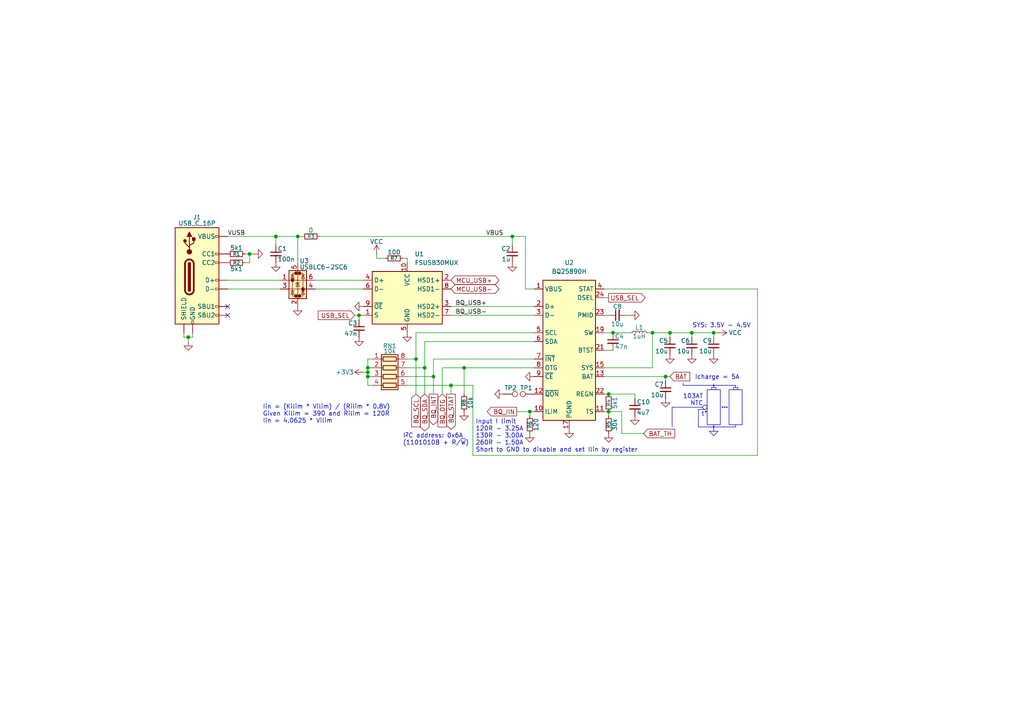
<source format=kicad_sch>
(kicad_sch (version 20250114) (generator "eeschema") (generator_version "9.0")
  (paper "A4")
  (lib_symbols
    (symbol "Connector:TestPoint" (pin_numbers (hide yes)) (pin_names (offset 0.762) (hide yes))
      (property "Reference" "TP" (at 0 6.858 0))
      (property "Value" "TestPoint" (at 0 5.08 0))
      (symbol "TestPoint_0_1"
        (circle (center 0 3.302) (radius 0.762))
      )
      (symbol "TestPoint_1_1"
        (pin passive line (at 0 0 90) (length 2.54) (name "1") (number "1"))
      )
    )
    (symbol "Device:C_Small" (pin_numbers (hide yes)) (pin_names (offset 0.254) (hide yes))
      (property "Reference" "C" (at 0.254 1.778 0))
      (property "Value" "C_Small" (at 0.254 -2.032 0))
      (symbol "C_Small_0_1"
        (polyline (pts (xy -1.524 0.508) (xy 1.524 0.508)) (stroke (width 0.3048)))
        (polyline (pts (xy -1.524 -0.508) (xy 1.524 -0.508)) (stroke (width 0.3302)))
      )
      (symbol "C_Small_1_1"
        (pin passive line (at 0 2.54 270) (length 2.032) (name "~") (number "1"))
        (pin passive line (at 0 -2.54 90) (length 2.032) (name "~") (number "2"))
      )
    )
    (symbol "Device:L_Small" (pin_numbers (hide yes)) (pin_names (offset 0.254) (hide yes))
      (property "Reference" "L" (at 0.762 1.016 0))
      (property "Value" "L_Small" (at 0.762 -1.016 0))
      (symbol "L_Small_0_1"
        (arc (start 0 2.032) (mid 0.5058 1.524) (end 0 1.016))
        (arc (start 0 1.016) (mid 0.5058 0.508) (end 0 0))
        (arc (start 0 0) (mid 0.5058 -0.508) (end 0 -1.016))
        (arc (start 0 -1.016) (mid 0.5058 -1.524) (end 0 -2.032))
      )
      (symbol "L_Small_1_1"
        (pin passive line (at 0 2.54 270) (length 0.508) (name "~") (number "1"))
        (pin passive line (at 0 -2.54 90) (length 0.508) (name "~") (number "2"))
      )
    )
    (symbol "Device:R_Pack04" (pin_names (offset 0) (hide yes))
      (property "Reference" "RN" (at -7.62 0 90))
      (property "Value" "R_Pack04" (at 5.08 0 90))
      (symbol "R_Pack04_0_1"
        (rectangle (start -6.35 -2.413) (end 3.81 2.413) (stroke (width 0.254)) (fill (type background)))
        (rectangle (start -5.715 1.905) (end -4.445 -1.905) (stroke (width 0.254)))
        (polyline (pts (xy -5.08 1.905) (xy -5.08 2.54)))
        (polyline (pts (xy -5.08 -2.54) (xy -5.08 -1.905)))
        (rectangle (start -3.175 1.905) (end -1.905 -1.905) (stroke (width 0.254)))
        (polyline (pts (xy -2.54 1.905) (xy -2.54 2.54)))
        (polyline (pts (xy -2.54 -2.54) (xy -2.54 -1.905)))
        (rectangle (start -0.635 1.905) (end 0.635 -1.905) (stroke (width 0.254)))
        (polyline (pts (xy 0 1.905) (xy 0 2.54)))
        (polyline (pts (xy 0 -2.54) (xy 0 -1.905)))
        (rectangle (start 1.905 1.905) (end 3.175 -1.905) (stroke (width 0.254)))
        (polyline (pts (xy 2.54 1.905) (xy 2.54 2.54)))
        (polyline (pts (xy 2.54 -2.54) (xy 2.54 -1.905)))
      )
      (symbol "R_Pack04_1_1"
        (pin passive line (at -5.08 5.08 270) (length 2.54) (name "R1.2") (number "8"))
        (pin passive line (at -5.08 -5.08 90) (length 2.54) (name "R1.1") (number "1"))
        (pin passive line (at -2.54 5.08 270) (length 2.54) (name "R2.2") (number "7"))
        (pin passive line (at -2.54 -5.08 90) (length 2.54) (name "R2.1") (number "2"))
        (pin passive line (at 0 5.08 270) (length 2.54) (name "R3.2") (number "6"))
        (pin passive line (at 0 -5.08 90) (length 2.54) (name "R3.1") (number "3"))
        (pin passive line (at 2.54 5.08 270) (length 2.54) (name "R4.2") (number "5"))
        (pin passive line (at 2.54 -5.08 90) (length 2.54) (name "R4.1") (number "4"))
      )
    )
    (symbol "Device:R_Small" (pin_numbers (hide yes)) (pin_names (offset 0.254) (hide yes))
      (property "Reference" "R" (at 0 0 90))
      (property "Value" "R_Small" (at 1.778 0 90))
      (symbol "R_Small_0_1"
        (rectangle (start -0.762 1.778) (end 0.762 -1.778) (stroke (width 0.2032)))
      )
      (symbol "R_Small_1_1"
        (pin passive line (at 0 2.54 270) (length 0.762) (name "~") (number "1"))
        (pin passive line (at 0 -2.54 90) (length 0.762) (name "~") (number "2"))
      )
    )
    (symbol "Interface_USB:FSUSB30MUX"
      (property "Reference" "U" (at -8.89 8.89 0))
      (property "Value" "FSUSB30MUX" (at 7.62 -8.89 0))
      (symbol "FSUSB30MUX_0_1"
        (rectangle (start -10.16 7.62) (end 10.16 -7.62) (stroke (width 0.254)) (fill (type background)))
      )
      (symbol "FSUSB30MUX_1_1"
        (pin bidirectional line (at -12.7 5.08 0) (length 2.54) (name "D+") (number "4"))
        (pin bidirectional line (at -12.7 2.54 0) (length 2.54) (name "D-") (number "6"))
        (pin input line (at -12.7 -2.54 0) (length 2.54) (name "~{OE}") (number "9"))
        (pin input line (at -12.7 -5.08 0) (length 2.54) (name "S") (number "1"))
        (pin power_in line (at 0 10.16 270) (length 2.54) (name "VCC") (number "10"))
        (pin power_in line (at 0 -10.16 90) (length 2.54) (name "GND") (number "5"))
        (pin bidirectional line (at 12.7 5.08 180) (length 2.54) (name "HSD1+") (number "2"))
        (pin bidirectional line (at 12.7 2.54 180) (length 2.54) (name "HSD1-") (number "8"))
        (pin bidirectional line (at 12.7 -2.54 180) (length 2.54) (name "HSD2+") (number "3"))
        (pin bidirectional line (at 12.7 -5.08 180) (length 2.54) (name "HSD2-") (number "7"))
      )
    )
    (symbol "Power_Protection:USBLC6-2SC6" (pin_names (hide yes))
      (property "Reference" "U" (at 0.635 5.715 0))
      (property "Value" "USBLC6-2SC6" (at 0.635 3.81 0))
      (symbol "USBLC6-2SC6_0_0"
        (circle (center -1.524 0) (radius 0.0001) (stroke (width 0.508)))
        (circle (center -0.508 2.032) (radius 0.0001) (stroke (width 0.508)))
        (circle (center -0.508 -4.572) (radius 0.0001) (stroke (width 0.508)))
        (circle (center 0.508 2.032) (radius 0.0001) (stroke (width 0.508)))
        (circle (center 0.508 -4.572) (radius 0.0001) (stroke (width 0.508)))
        (circle (center 1.524 -2.54) (radius 0.0001) (stroke (width 0.508)))
      )
      (symbol "USBLC6-2SC6_0_1"
        (polyline (pts (xy -2.54 0) (xy 2.54 0)))
        (polyline (pts (xy -2.54 -2.54) (xy 2.54 -2.54)))
        (polyline (pts (xy -2.032 0.508) (xy -1.016 0.508) (xy -1.524 1.524) (xy -2.032 0.508)))
        (polyline (pts (xy -2.032 -3.048) (xy -1.016 -3.048)))
        (polyline (pts (xy -1.016 1.524) (xy -2.032 1.524)))
        (polyline (pts (xy -1.016 -4.064) (xy -2.032 -4.064) (xy -1.524 -3.048) (xy -1.016 -4.064)))
        (polyline (pts (xy -0.508 -1.143) (xy -0.508 -0.762) (xy 0.508 -0.762)))
        (polyline (pts (xy 0 2.54) (xy -0.508 2.032) (xy 0.508 2.032) (xy 0 1.524) (xy 0 -4.064) (xy -0.508 -4.572) (xy 0.508 -4.572) (xy 0 -5.08)))
        (polyline (pts (xy 0.508 -1.778) (xy -0.508 -1.778) (xy 0 -0.762) (xy 0.508 -1.778)))
        (polyline (pts (xy 1.016 1.524) (xy 2.032 1.524)))
        (polyline (pts (xy 1.016 -3.048) (xy 2.032 -3.048)))
        (polyline (pts (xy 2.032 0.508) (xy 1.016 0.508) (xy 1.524 1.524) (xy 2.032 0.508)))
        (polyline (pts (xy 2.032 -4.064) (xy 1.016 -4.064) (xy 1.524 -3.048) (xy 2.032 -4.064)))
      )
      (symbol "USBLC6-2SC6_1_1"
        (rectangle (start -2.54 2.794) (end 2.54 -5.334) (stroke (width 0.254)) (fill (type background)))
        (polyline (pts (xy -0.508 2.032) (xy -1.524 2.032) (xy -1.524 -4.572) (xy -0.508 -4.572)))
        (polyline (pts (xy 0.508 -4.572) (xy 1.524 -4.572) (xy 1.524 2.032) (xy 0.508 2.032)))
        (pin passive line (at -5.08 0 0) (length 2.54) (name "I/O1") (number "1"))
        (pin passive line (at -5.08 -2.54 0) (length 2.54) (name "I/O2") (number "3"))
        (pin passive line (at 0 5.08 270) (length 2.54) (name "VBUS") (number "5"))
        (pin passive line (at 0 -7.62 90) (length 2.54) (name "GND") (number "2"))
        (pin passive line (at 5.08 0 180) (length 2.54) (name "I/O1") (number "6"))
        (pin passive line (at 5.08 -2.54 180) (length 2.54) (name "I/O2") (number "4"))
      )
    )
    (symbol "my_additions:BQ25890H"
      (property "Reference" "U" (at -6.604 21.844 0))
      (property "Value" "BQ25890H" (at 3.556 21.844 0))
      (symbol "BQ25890H_0_1"
        (rectangle (start -7.62 20.32) (end 7.62 -20.32) (stroke (width 0.254)) (fill (type background)))
      )
      (symbol "BQ25890H_1_1"
        (pin power_in line (at -10.16 17.78 0) (length 2.54) (name "VBUS") (number "1"))
        (pin bidirectional line (at -10.16 12.7 0) (length 2.54) (name "D+") (number "2"))
        (pin bidirectional line (at -10.16 10.16 0) (length 2.54) (name "D-") (number "3"))
        (pin input line (at -10.16 5.08 0) (length 2.54) (name "SCL") (number "5"))
        (pin bidirectional line (at -10.16 2.54 0) (length 2.54) (name "SDA") (number "6"))
        (pin open_collector line (at -10.16 -2.54 0) (length 2.54) (name "~{INT}") (number "7"))
        (pin input line (at -10.16 -5.08 0) (length 2.54) (name "OTG") (number "8"))
        (pin input line (at -10.16 -7.62 0) (length 2.54) (name "~{CE}") (number "9"))
        (pin input line (at -10.16 -12.7 0) (length 2.54) (name "~{QON}") (number "12"))
        (pin passive line (at -10.16 -17.78 0) (length 2.54) (name "ILIM") (number "10"))
        (pin power_in line (at 0 -22.86 90) (length 2.54) (name "PGND") (number "17"))
        (pin passive line (at 0 -22.86 90) (length 2.54) (hide yes) (name "PGND") (number "18"))
        (pin passive line (at 0 -22.86 90) (length 2.54) (hide yes) (name "PGND") (number "25"))
        (pin open_collector line (at 10.16 17.78 180) (length 2.54) (name "STAT") (number "4"))
        (pin output line (at 10.16 15.24 180) (length 2.54) (name "DSEL") (number "24"))
        (pin output line (at 10.16 10.16 180) (length 2.54) (name "PMID") (number "23"))
        (pin power_out line (at 10.16 5.08 180) (length 2.54) (name "SW") (number "19"))
        (pin passive line (at 10.16 5.08 180) (length 2.54) (hide yes) (name "SW") (number "20"))
        (pin passive line (at 10.16 0 180) (length 2.54) (name "BTST") (number "21"))
        (pin passive line (at 10.16 -5.08 180) (length 2.54) (name "SYS") (number "15"))
        (pin passive line (at 10.16 -5.08 180) (length 2.54) (hide yes) (name "SYS") (number "16"))
        (pin passive line (at 10.16 -7.62 180) (length 2.54) (name "BAT") (number "13"))
        (pin passive line (at 10.16 -7.62 180) (length 2.54) (hide yes) (name "BAT") (number "14"))
        (pin passive line (at 10.16 -12.7 180) (length 2.54) (name "REGN") (number "22"))
        (pin passive line (at 10.16 -17.78 180) (length 2.54) (name "TS") (number "11"))
      )
    )
    (symbol "my_additions:USB_C_Receptacle_USB2.0_16P_small" (pin_numbers (hide yes)) (pin_names (offset 1.016))
      (property "Reference" "J" (at 0 17.018 0))
      (property "Value" "USB_C_Receptacle_USB2.0_16P_small" (at 0 14.478 0))
      (symbol "USB_C_Receptacle_USB2.0_16P_small_0_0"
        (rectangle (start -1.524 -14.2875) (end -1.016 -15.24))
        (rectangle (start 5.334 -12.446) (end 6.35 -12.954))
        (rectangle (start 6.35 10.414) (end 5.334 9.906))
        (rectangle (start 6.35 5.334) (end 5.334 4.826))
        (rectangle (start 6.35 2.794) (end 5.334 2.286))
        (rectangle (start 6.35 -2.286) (end 5.334 -2.794))
        (rectangle (start 6.35 -4.826) (end 5.334 -5.334))
        (rectangle (start 6.35 -9.906) (end 5.334 -10.414))
      )
      (symbol "USB_C_Receptacle_USB2.0_16P_small_0_1"
        (rectangle (start -6.35 12.7) (end 6.35 -15.24) (stroke (width 0.254)) (fill (type background)))
        (circle (center -3.4925 8.89) (radius 0.381) (stroke (width 0.254)) (fill (type outline)))
        (polyline (pts (xy -3.4925 -5.3975) (xy -3.4925 2.2225)) (stroke (width 0.508)))
        (polyline (pts (xy -2.8575 10.16) (xy -1.5875 10.16) (xy -2.2225 11.43) (xy -2.8575 10.16)) (stroke (width 0.254)) (fill (type outline)))
        (rectangle (start -2.54 2.2225) (end -1.905 -5.3975) (stroke (width 0.254)) (fill (type outline)))
        (polyline (pts (xy -2.2225 7.62) (xy -2.2225 10.16)) (stroke (width 0.254)))
        (polyline (pts (xy -2.2225 6.985) (xy -2.2225 7.62) (xy -0.9525 8.255) (xy -0.9525 9.525)) (stroke (width 0.254)))
        (polyline (pts (xy -2.2225 6.35) (xy -2.2225 6.985) (xy -3.4925 8.255) (xy -3.4925 8.89)) (stroke (width 0.254)))
        (circle (center -2.2225 5.715) (radius 0.635) (stroke (width 0.254)) (fill (type outline)))
        (arc (start -3.4925 2.2225) (mid -2.2225 3.4925) (end -0.9525 2.2225) (stroke (width 0.508)))
        (arc (start -2.54 2.2225) (mid -2.2225 2.54) (end -1.905 2.2225) (stroke (width 0.254)))
        (arc (start -2.54 2.2225) (mid -2.2225 2.54) (end -1.905 2.2225) (stroke (width 0.254)) (fill (type outline)))
        (arc (start -1.905 -5.3975) (mid -2.2225 -5.715) (end -2.54 -5.3975) (stroke (width 0.254)))
        (arc (start -1.905 -5.3975) (mid -2.2225 -5.715) (end -2.54 -5.3975) (stroke (width 0.254)) (fill (type outline)))
        (arc (start -0.9525 -5.3975) (mid -2.2225 -6.6675) (end -3.4925 -5.3975) (stroke (width 0.508)))
        (rectangle (start -1.3335 9.779) (end -0.5715 9.017) (stroke (width 0.254)) (fill (type outline)))
        (polyline (pts (xy -0.9525 2.2225) (xy -0.9525 -5.3975)) (stroke (width 0.508)))
      )
      (symbol "USB_C_Receptacle_USB2.0_16P_small_1_1"
        (pin passive line (at -3.81 -17.78 90) (length 2.56) (name "SHIELD") (number "S1"))
        (pin power_out line (at -1.27 -17.78 90) (length 2.56) (name "GND") (number "A1"))
        (pin power_out line (at -1.27 -17.78 90) (length 2.56) (hide yes) (name "GND") (number "A12"))
        (pin power_out line (at -1.27 -17.78 90) (length 2.56) (hide yes) (name "GND") (number "B1"))
        (pin power_out line (at -1.27 -17.78 90) (length 2.56) (hide yes) (name "GND") (number "B12"))
        (pin power_out line (at 8.89 10.16 180) (length 2.56) (name "VBUS") (number "A4"))
        (pin power_out line (at 8.89 10.16 180) (length 2.56) (hide yes) (name "VBUS") (number "A9"))
        (pin power_out line (at 8.89 10.16 180) (length 2.56) (hide yes) (name "VBUS") (number "B4"))
        (pin power_out line (at 8.89 10.16 180) (length 2.56) (hide yes) (name "VBUS") (number "B9"))
        (pin bidirectional line (at 8.89 5.08 180) (length 2.56) (name "CC1") (number "A5"))
        (pin bidirectional line (at 8.89 2.54 180) (length 2.56) (name "CC2") (number "B5"))
        (pin bidirectional line (at 8.89 -2.54 180) (length 2.56) (name "D+") (number "A6"))
        (pin bidirectional line (at 8.89 -2.54 180) (length 2.56) (hide yes) (name "D+") (number "B6"))
        (pin bidirectional line (at 8.89 -5.08 180) (length 2.56) (name "D-") (number "A7"))
        (pin bidirectional line (at 8.89 -5.08 180) (length 2.56) (hide yes) (name "D-") (number "B7"))
        (pin bidirectional line (at 8.89 -10.16 180) (length 2.56) (name "SBU1") (number "A8"))
        (pin bidirectional line (at 8.89 -12.7 180) (length 2.56) (name "SBU2") (number "B8"))
      )
    )
    (symbol "power:+3V3" (power) (pin_numbers (hide yes)) (pin_names (offset 0) (hide yes))
      (property "Value" "+3V3" (at 0 3.556 0))
      (symbol "+3V3_0_1"
        (polyline (pts (xy -0.762 1.27) (xy 0 2.54)))
        (polyline (pts (xy 0 2.54) (xy 0.762 1.27)))
        (polyline (pts (xy 0 0) (xy 0 2.54)))
      )
      (symbol "+3V3_1_1"
        (pin power_in line (at 0 0 90) (length 0) (name "~") (number "1"))
      )
    )
    (symbol "power:GND" (power) (pin_numbers (hide yes)) (pin_names (offset 0) (hide yes))
      (property "Value" "GND" (at 0 -3.81 0))
      (symbol "GND_0_1"
        (polyline (pts (xy 0 0) (xy 0 -1.27) (xy 1.27 -1.27) (xy 0 -2.54) (xy -1.27 -1.27) (xy 0 -1.27)))
      )
      (symbol "GND_1_1"
        (pin power_in line (at 0 0 270) (length 0) (name "~") (number "1"))
      )
    )
    (symbol "power:VCC" (power) (pin_numbers (hide yes)) (pin_names (offset 0) (hide yes))
      (property "Value" "VCC" (at 0 3.556 0))
      (symbol "VCC_0_1"
        (polyline (pts (xy -0.762 1.27) (xy 0 2.54)))
        (polyline (pts (xy 0 2.54) (xy 0.762 1.27)))
        (polyline (pts (xy 0 0) (xy 0 2.54)))
      )
      (symbol "VCC_1_1"
        (pin power_in line (at 0 0 90) (length 0) (name "~") (number "1"))
      )
    )
  )
  (circle (center 207.01 123.825) (radius 0.1499))
  (rectangle (start 206.375 112.395) (end 207.645 113.03))
  (circle (center 210.82 118.11) (radius 0.1499) (fill (type color)))
  (circle (center 207.01 111.76) (radius 0.1499))
  (rectangle (start 212.725 112.395) (end 213.995 113.03))
  (rectangle (start 205.105 113.03) (end 208.915 123.19))
  (circle (center 204.47 118.11) (radius 0.635) (fill (type color)))
  (rectangle (start 211.455 113.03) (end 215.265 123.19))
  (circle (center 210.185 118.11) (radius 0.1499) (fill (type color)))
  (circle (center 209.55 118.11) (radius 0.1499) (fill (type color)))
  (text "Iin = (Kilim * Vilim) / (Rilim * 0.8V)\nGiven Kilim = 390 and Rilim = 120R\nIin = 4.0625 * Vilim\n" (at 76.2 120.142 0) (effects (font (size 1.27 1.27)) (justify left)))
  (text "I^{2}C address: 0x6A\n(1101010B + R/~{W})" (at 116.84 127.508 0) (effects (font (size 1.27 1.27)) (justify left)))
  (text "t°" (at 204.343 120.142 0) (effects (font (size 1.27 1.27))))
  (text "Input I limit\n120R - 3.25A\n130R - 3.00A\n260R - 1.50A\nShort to GND to disable and set Ilin by register" (at 137.922 126.492 0) (effects (font (size 1.27 1.27)) (justify left)))
  (text "Icharge = 5A" (at 208.026 109.474 0) (effects (font (size 1.27 1.27))))
  (text "SYS: 3.5V - 4.5V" (at 209.296 94.488 0) (effects (font (size 1.27 1.27))))
  (text "103AT\nNTC" (at 203.962 116.078 0) (effects (font (size 1.27 1.27)) (justify right)))
  (junction (at 200.66 96.52))
  (junction (at 193.04 109.22))
  (junction (at 130.81 111.76))
  (junction (at 134.62 106.68))
  (junction (at 86.36 68.58))
  (junction (at 176.53 119.38))
  (junction (at 106.68 106.68))
  (junction (at 153.67 119.38))
  (junction (at 104.14 91.44))
  (junction (at 189.23 96.52))
  (junction (at 123.19 106.68))
  (junction (at 177.8 96.52))
  (junction (at 207.01 96.52))
  (junction (at 194.31 96.52))
  (junction (at 125.73 109.22))
  (junction (at 72.39 73.66))
  (junction (at 106.68 107.95))
  (junction (at 176.53 114.3))
  (junction (at 148.59 68.58))
  (junction (at 120.65 104.14))
  (junction (at 106.68 109.22))
  (junction (at 80.01 68.58))
  (junction (at 54.61 97.79))
  (no_connect (at 66.04 91.44))
  (no_connect (at 66.04 88.9))
  (wire (pts (xy 189.23 106.68) (xy 189.23 96.52)))
  (wire (pts (xy 106.68 109.22) (xy 106.68 107.95)))
  (wire (pts (xy 207.01 96.52) (xy 208.28 96.52)))
  (wire (pts (xy 219.71 132.08) (xy 219.71 83.82)))
  (wire (pts (xy 186.69 125.73) (xy 180.34 125.73)))
  (wire (pts (xy 175.26 114.3) (xy 176.53 114.3)))
  (polyline (pts (xy 207.01 111.76) (xy 213.36 111.76)))
  (wire (pts (xy 125.73 104.14) (xy 154.94 104.14)))
  (polyline (pts (xy 207.01 123.825) (xy 213.36 123.825)))
  (wire (pts (xy 153.67 119.38) (xy 154.94 119.38)))
  (wire (pts (xy 106.68 111.76) (xy 106.68 109.22)))
  (wire (pts (xy 200.66 96.52) (xy 200.66 97.79)))
  (wire (pts (xy 189.23 96.52) (xy 194.31 96.52)))
  (wire (pts (xy 193.04 109.22) (xy 194.31 109.22)))
  (polyline (pts (xy 213.36 111.76) (xy 213.36 112.395)))
  (wire (pts (xy 175.26 119.38) (xy 176.53 119.38)))
  (polyline (pts (xy 207.01 123.19) (xy 207.01 125.095)))
  (wire (pts (xy 86.36 68.58) (xy 87.63 68.58)))
  (wire (pts (xy 118.11 104.14) (xy 120.65 104.14)))
  (wire (pts (xy 92.71 68.58) (xy 148.59 68.58)))
  (wire (pts (xy 193.04 109.22) (xy 193.04 110.49)))
  (wire (pts (xy 53.34 96.52) (xy 53.34 97.79)))
  (wire (pts (xy 125.73 114.3) (xy 125.73 109.22)))
  (wire (pts (xy 107.95 111.76) (xy 106.68 111.76)))
  (wire (pts (xy 148.59 68.58) (xy 152.4 68.58)))
  (wire (pts (xy 106.68 106.68) (xy 106.68 104.14)))
  (wire (pts (xy 189.23 96.52) (xy 187.96 96.52)))
  (wire (pts (xy 134.62 106.68) (xy 154.94 106.68)))
  (wire (pts (xy 184.15 115.57) (xy 184.15 114.3)))
  (wire (pts (xy 128.27 106.68) (xy 134.62 106.68)))
  (wire (pts (xy 125.73 109.22) (xy 125.73 104.14)))
  (wire (pts (xy 130.81 88.9) (xy 154.94 88.9)))
  (wire (pts (xy 128.27 114.3) (xy 128.27 106.68)))
  (wire (pts (xy 91.44 81.28) (xy 105.41 81.28)))
  (wire (pts (xy 152.4 83.82) (xy 154.94 83.82)))
  (polyline (pts (xy 213.36 123.19) (xy 213.36 123.825)))
  (wire (pts (xy 72.39 73.66) (xy 73.66 73.66)))
  (wire (pts (xy 219.71 83.82) (xy 175.26 83.82)))
  (wire (pts (xy 118.11 111.76) (xy 130.81 111.76)))
  (wire (pts (xy 130.81 111.76) (xy 137.16 111.76)))
  (wire (pts (xy 109.22 73.66) (xy 109.22 74.93)))
  (wire (pts (xy 175.26 91.44) (xy 176.53 91.44)))
  (wire (pts (xy 153.67 120.65) (xy 153.67 119.38)))
  (wire (pts (xy 54.61 97.79) (xy 55.88 97.79)))
  (wire (pts (xy 152.4 68.58) (xy 152.4 83.82)))
  (wire (pts (xy 200.66 96.52) (xy 207.01 96.52)))
  (wire (pts (xy 194.31 96.52) (xy 200.66 96.52)))
  (wire (pts (xy 71.12 76.2) (xy 72.39 76.2)))
  (wire (pts (xy 118.11 106.68) (xy 123.19 106.68)))
  (polyline (pts (xy 198.12 111.76) (xy 207.01 111.76)))
  (wire (pts (xy 123.19 114.3) (xy 123.19 106.68)))
  (polyline (pts (xy 207.01 125.095) (xy 208.28 125.095)))
  (wire (pts (xy 120.65 114.3) (xy 120.65 104.14)))
  (polyline (pts (xy 202.565 123.825) (xy 207.01 123.825)))
  (wire (pts (xy 104.14 91.44) (xy 104.14 92.71)))
  (wire (pts (xy 123.19 106.68) (xy 123.19 99.06)))
  (polyline (pts (xy 194.945 118.11) (xy 194.945 123.825)))
  (wire (pts (xy 66.04 83.82) (xy 81.28 83.82)))
  (wire (pts (xy 148.59 68.58) (xy 148.59 71.12)))
  (polyline (pts (xy 198.12 111.125) (xy 198.12 111.76)))
  (wire (pts (xy 80.01 68.58) (xy 80.01 71.12)))
  (polyline (pts (xy 204.47 118.745) (xy 202.565 118.745)))
  (polyline (pts (xy 207.01 111.76) (xy 207.01 112.395)))
  (wire (pts (xy 130.81 91.44) (xy 154.94 91.44)))
  (wire (pts (xy 120.65 104.14) (xy 120.65 96.52)))
  (wire (pts (xy 109.22 74.93) (xy 111.76 74.93)))
  (wire (pts (xy 207.01 96.52) (xy 207.01 97.79)))
  (wire (pts (xy 118.11 74.93) (xy 118.11 76.2)))
  (wire (pts (xy 175.26 109.22) (xy 193.04 109.22)))
  (wire (pts (xy 137.16 132.08) (xy 219.71 132.08)))
  (wire (pts (xy 176.53 114.3) (xy 184.15 114.3)))
  (polyline (pts (xy 203.835 118.11) (xy 194.945 118.11)))
  (wire (pts (xy 104.14 91.44) (xy 105.41 91.44)))
  (wire (pts (xy 66.04 68.58) (xy 80.01 68.58)))
  (wire (pts (xy 118.11 109.22) (xy 125.73 109.22)))
  (polyline (pts (xy 205.74 125.095) (xy 207.01 125.095)))
  (wire (pts (xy 86.36 68.58) (xy 86.36 76.2)))
  (wire (pts (xy 72.39 76.2) (xy 72.39 73.66)))
  (wire (pts (xy 106.68 109.22) (xy 107.95 109.22)))
  (wire (pts (xy 53.34 97.79) (xy 54.61 97.79)))
  (wire (pts (xy 123.19 99.06) (xy 154.94 99.06)))
  (wire (pts (xy 102.87 91.44) (xy 104.14 91.44)))
  (wire (pts (xy 149.86 119.38) (xy 153.67 119.38)))
  (wire (pts (xy 80.01 68.58) (xy 86.36 68.58)))
  (wire (pts (xy 175.26 101.6) (xy 177.8 101.6)))
  (wire (pts (xy 71.12 73.66) (xy 72.39 73.66)))
  (wire (pts (xy 182.88 91.44) (xy 181.61 91.44)))
  (wire (pts (xy 116.84 74.93) (xy 118.11 74.93)))
  (wire (pts (xy 175.26 106.68) (xy 189.23 106.68)))
  (wire (pts (xy 54.61 97.79) (xy 54.61 99.06)))
  (wire (pts (xy 176.53 86.36) (xy 175.26 86.36)))
  (wire (pts (xy 120.65 96.52) (xy 154.94 96.52)))
  (wire (pts (xy 130.81 111.76) (xy 130.81 114.3)))
  (wire (pts (xy 176.53 119.38) (xy 176.53 120.65)))
  (wire (pts (xy 106.68 106.68) (xy 107.95 106.68)))
  (wire (pts (xy 66.04 81.28) (xy 81.28 81.28)))
  (wire (pts (xy 176.53 119.38) (xy 180.34 119.38)))
  (wire (pts (xy 134.62 106.68) (xy 134.62 114.3)))
  (wire (pts (xy 106.68 104.14) (xy 107.95 104.14)))
  (polyline (pts (xy 202.565 118.745) (xy 202.565 123.825)))
  (polyline (pts (xy 207.01 126.365) (xy 205.74 125.095)))
  (wire (pts (xy 177.8 96.52) (xy 182.88 96.52)))
  (wire (pts (xy 91.44 83.82) (xy 105.41 83.82)))
  (wire (pts (xy 105.41 107.95) (xy 106.68 107.95)))
  (wire (pts (xy 55.88 97.79) (xy 55.88 96.52)))
  (wire (pts (xy 180.34 125.73) (xy 180.34 119.38)))
  (wire (pts (xy 106.68 107.95) (xy 106.68 106.68)))
  (polyline (pts (xy 207.01 126.365) (xy 208.28 125.095)))
  (wire (pts (xy 194.31 96.52) (xy 194.31 97.79)))
  (wire (pts (xy 137.16 132.08) (xy 137.16 111.76)))
  (wire (pts (xy 175.26 96.52) (xy 177.8 96.52)))
  (label "BQ_USB-" (at 132.08 91.44 0))
  (label "BQ_USB+" (at 132.08 88.9 0))
  (label "VBUS" (at 146.05 68.58 180))
  (label "VUSB" (at 71.12 68.58 180))
  (global_label "MCU_USB-" (shape bidirectional) (at 130.81 83.82 0) (property "Intersheetrefs" "${INTERSHEET_REFS}" (effects (hide yes))))
  (global_label "MCU_USB+" (shape bidirectional) (at 130.81 81.28 0) (property "Intersheetrefs" "${INTERSHEET_REFS}" (effects (hide yes))))
  (global_label "BAT" (shape input) (at 194.31 109.22 0) (property "Intersheetrefs" "${INTERSHEET_REFS}" (effects (hide yes))))
  (global_label "BQ_SCL" (shape input) (at 120.65 114.3 270) (property "Intersheetrefs" "${INTERSHEET_REFS}" (effects (hide yes))))
  (global_label "USB_SEL" (shape output) (at 176.53 86.36 0) (property "Intersheetrefs" "${INTERSHEET_REFS}" (effects (hide yes))))
  (global_label "BQ_SDA" (shape bidirectional) (at 123.19 114.3 270) (property "Intersheetrefs" "${INTERSHEET_REFS}" (effects (hide yes))))
  (global_label "BQ_STAT" (shape output) (at 130.81 114.3 270) (property "Intersheetrefs" "${INTERSHEET_REFS}" (effects (hide yes))))
  (global_label "BQ_OTG" (shape input) (at 128.27 114.3 270) (property "Intersheetrefs" "${INTERSHEET_REFS}" (effects (hide yes))))
  (global_label "BAT_TH" (shape input) (at 186.69 125.73 0) (property "Intersheetrefs" "${INTERSHEET_REFS}" (effects (hide yes))))
  (global_label "BQ_IIN" (shape output) (at 149.86 119.38 180) (property "Intersheetrefs" "${INTERSHEET_REFS}" (effects (hide yes))))
  (global_label "USB_SEL" (shape input) (at 102.87 91.44 180) (property "Intersheetrefs" "${INTERSHEET_REFS}" (effects (hide yes))))
  (global_label "BQ_INT" (shape output) (at 125.73 114.3 270) (property "Intersheetrefs" "${INTERSHEET_REFS}" (effects (hide yes))))
  (symbol (lib_id "power:GND") (at 182.88 91.44 90) (mirror x) (unit 1)
    (property "Reference" "#PWR015" (effects (hide yes)))
    (property "Value" "GND" (effects (hide yes)))
    (property "Description" "Power symbol creates a global label with name \"GND\" , ground" (effects (hide yes)))
  )
  (symbol (lib_id "power:GND") (at 54.61 99.06 0) (unit 1)
    (property "Reference" "#PWR04" (effects (hide yes)))
    (property "Value" "GND" (effects (hide yes)))
    (property "Description" "Power symbol creates a global label with name \"GND\" , ground" (effects (hide yes)))
  )
  (symbol (lib_id "Interface_USB:FSUSB30MUX") (at 118.11 86.36 0) (unit 1)
    (property "Reference" "U1" (at 120.2533 73.66 0) (effects (justify left)))
    (property "Value" "FSUSB30MUX" (at 120.2533 76.2 0) (effects (justify left)))
    (property "Footprint" "Package_SO:MSOP-10_3x3mm_P0.5mm" (effects (hide yes)))
    (property "Datasheet" "https://www.onsemi.com/pdf/datasheet/fsusb30-d.pdf" (effects (hide yes)))
    (property "Description" "Low-Power, Two-Port, High-Speed, USB2.0 (480Mbps) Switch, MSOP-10" (effects (hide yes)))
  )
  (symbol (lib_id "Device:R_Small") (at 176.53 116.84 0) (unit 1)
    (property "Reference" "R4" (at 176.53 116.84 90) (effects (font (size 1.016 1.016))))
    (property "Value" "5k1" (at 178.308 116.84 90))
    (property "Description" "Resistor, small symbol" (effects (hide yes)))
  )
  (symbol (lib_id "Device:C_Small") (at 194.31 100.33 0) (mirror y) (unit 1)
    (property "Reference" "C5" (at 193.802 98.806 0) (effects (justify left)))
    (property "Value" "10u" (at 193.802 101.854 0) (effects (justify left)))
    (property "Description" "Unpolarized capacitor, small symbol" (effects (hide yes)))
  )
  (symbol (lib_id "Device:C_Small") (at 148.59 73.66 0) (mirror y) (unit 1)
    (property "Reference" "C2" (at 148.082 72.136 0) (effects (justify left)))
    (property "Value" "1u" (at 148.082 75.184 0) (effects (justify left)))
    (property "Description" "Unpolarized capacitor, small symbol" (effects (hide yes)))
  )
  (symbol (lib_id "Device:R_Small") (at 114.3 74.93 90) (unit 1)
    (property "Reference" "R7" (at 114.3 74.93 90) (effects (font (size 1.016 1.016))))
    (property "Value" "100" (at 114.3 73.152 90))
    (property "Description" "Resistor, small symbol" (effects (hide yes)))
  )
  (symbol (lib_id "Device:R_Small") (at 68.58 73.66 90) (unit 1)
    (property "Reference" "R1" (at 68.58 73.66 90) (effects (font (size 1.016 1.016))))
    (property "Value" "5k1" (at 68.58 71.882 90))
    (property "Description" "Resistor, small symbol" (effects (hide yes)))
  )
  (symbol (lib_id "power:GND") (at 176.53 125.73 0) (unit 1)
    (property "Reference" "#PWR019" (effects (hide yes)))
    (property "Value" "GND" (effects (hide yes)))
    (property "Description" "Power symbol creates a global label with name \"GND\" , ground" (effects (hide yes)))
  )
  (symbol (lib_id "power:VCC") (at 208.28 96.52 270) (unit 1)
    (property "Reference" "#PWR013" (effects (hide yes)))
    (property "Value" "VCC" (at 211.328 96.52 90) (effects (justify left)))
    (property "Description" "Power symbol creates a global label with name \"VCC\"" (effects (hide yes)))
  )
  (symbol (lib_id "Device:C_Small") (at 193.04 113.03 0) (mirror y) (unit 1)
    (property "Reference" "C7" (at 192.532 111.506 0) (effects (justify left)))
    (property "Value" "10u" (at 192.532 114.554 0) (effects (justify left)))
    (property "Description" "Unpolarized capacitor, small symbol" (effects (hide yes)))
  )
  (symbol (lib_id "power:GND") (at 200.66 102.87 0) (unit 1)
    (property "Reference" "#PWR012" (effects (hide yes)))
    (property "Value" "GND" (effects (hide yes)))
    (property "Description" "Power symbol creates a global label with name \"GND\" , ground" (effects (hide yes)))
  )
  (symbol (lib_id "Device:C_Small") (at 184.15 118.11 0) (unit 1)
    (property "Reference" "C10" (at 184.658 116.586 0) (effects (justify left)))
    (property "Value" "4u7" (at 184.658 119.634 0) (effects (justify left)))
    (property "Description" "Unpolarized capacitor, small symbol" (effects (hide yes)))
  )
  (symbol (lib_id "Device:R_Pack04") (at 113.03 109.22 270) (unit 1)
    (property "Reference" "RN1" (at 113.03 100.33 90))
    (property "Value" "10k" (at 113.03 101.854 90))
    (property "Description" "4 resistor network, parallel topology" (effects (hide yes)))
  )
  (symbol (lib_id "power:GND") (at 154.94 109.22 270) (mirror x) (unit 1)
    (property "Reference" "#PWR022" (effects (hide yes)))
    (property "Value" "GND" (effects (hide yes)))
    (property "Description" "Power symbol creates a global label with name \"GND\" , ground" (effects (hide yes)))
  )
  (symbol (lib_id "power:GND") (at 165.1 124.46 0) (unit 1)
    (property "Reference" "#PWR02" (effects (hide yes)))
    (property "Value" "GND" (effects (hide yes)))
    (property "Description" "Power symbol creates a global label with name \"GND\" , ground" (effects (hide yes)))
  )
  (symbol (lib_id "Device:C_Small") (at 179.07 91.44 90) (mirror x) (unit 1)
    (property "Reference" "C8" (at 179.07 88.9 90))
    (property "Value" "10u" (at 179.07 93.98 90))
    (property "Description" "Unpolarized capacitor, small symbol" (effects (hide yes)))
  )
  (symbol (lib_id "power:GND") (at 118.11 96.52 0) (unit 1)
    (property "Reference" "#PWR01" (effects (hide yes)))
    (property "Value" "GND" (effects (hide yes)))
    (property "Description" "Power symbol creates a global label with name \"GND\" , ground" (effects (hide yes)))
  )
  (symbol (lib_id "my_additions:BQ25890H") (at 165.1 101.6 0) (unit 1)
    (property "Reference" "U2" (at 165.1 76.2 0))
    (property "Value" "BQ25890H" (at 165.1 78.74 0))
    (property "Footprint" "Package_DFN_QFN:Texas_RTW_WQFN-24-1EP_4x4mm_P0.5mm_EP2.7x2.7mm_ThermalVias" (effects (hide yes)))
    (property "Datasheet" "https://www.ti.com/lit/gpn/bq25890h" (effects (hide yes)))
    (property "Description" "I2C Controlled Single Cell 5-A Fast Charger with MaxChargeTM Technology forHigh Input Voltage and Adjustable Voltage USB On-the-Go Boost Mode, WQFN-24" (effects (hide yes)))
  )
  (symbol (lib_id "my_additions:USB_C_Receptacle_USB2.0_16P_small") (at 57.15 78.74 0) (unit 1)
    (property "Reference" "J1" (at 57.15 62.992 0))
    (property "Value" "USB_C_16P" (at 57.15 64.77 0))
    (property "Footprint" "my_additions:USB-C_12(16)pin_legs" (effects (hide yes)))
    (property "Datasheet" "https://www.usb.org/sites/default/files/documents/usb_type-c.zip" (effects (hide yes)))
    (property "Description" "USB 2.0-only 16P Type-C Receptacle connector" (effects (hide yes)))
    (property "Link" "https://aliexpress.ru/item/1005005500797563.html" (effects (hide yes)))
  )
  (symbol (lib_id "power:GND") (at 184.15 120.65 0) (unit 1)
    (property "Reference" "#PWR017" (effects (hide yes)))
    (property "Value" "GND" (effects (hide yes)))
    (property "Description" "Power symbol creates a global label with name \"GND\" , ground" (effects (hide yes)))
  )
  (symbol (lib_id "Device:R_Small") (at 176.53 123.19 0) (unit 1)
    (property "Reference" "R5" (at 176.53 123.19 90) (effects (font (size 1.016 1.016))))
    (property "Value" "30k" (at 178.308 123.19 90))
    (property "Description" "Resistor, small symbol" (effects (hide yes)))
  )
  (symbol (lib_id "power:VCC") (at 109.22 73.66 0) (unit 1)
    (property "Reference" "#PWR010" (effects (hide yes)))
    (property "Value" "VCC" (at 109.22 70.104 0))
    (property "Description" "Power symbol creates a global label with name \"VCC\"" (effects (hide yes)))
  )
  (symbol (lib_id "Device:R_Small") (at 90.17 68.58 90) (unit 1)
    (property "Reference" "R3" (at 90.17 68.58 90) (effects (font (size 1.016 1.016))))
    (property "Value" "0" (at 90.17 66.802 90))
    (property "Description" "Resistor, small symbol" (effects (hide yes)))
  )
  (symbol (lib_id "Device:C_Small") (at 177.8 99.06 0) (unit 1)
    (property "Reference" "C4" (at 178.308 97.536 0) (effects (justify left)))
    (property "Value" "47n" (at 178.308 100.584 0) (effects (justify left)))
    (property "Description" "Unpolarized capacitor, small symbol" (effects (hide yes)))
  )
  (symbol (lib_id "power:GND") (at 146.05 114.3 270) (mirror x) (unit 1)
    (property "Reference" "#PWR018" (effects (hide yes)))
    (property "Value" "GND" (effects (hide yes)))
    (property "Description" "Power symbol creates a global label with name \"GND\" , ground" (effects (hide yes)))
  )
  (symbol (lib_id "Power_Protection:USBLC6-2SC6") (at 86.36 81.28 0) (unit 1)
    (property "Reference" "U3" (at 86.868 75.692 0) (effects (justify left)))
    (property "Value" "USBLC6-2SC6" (at 86.868 77.47 0) (effects (justify left)))
    (property "Footprint" "Package_TO_SOT_SMD:SOT-23-6" (effects (hide yes)))
    (property "Datasheet" "https://www.st.com/resource/en/datasheet/usblc6-2.pdf" (effects (hide yes)))
    (property "Description" "Very low capacitance ESD protection diode, 2 data-line, SOT-23-6" (effects (hide yes)))
  )
  (symbol (lib_id "power:GND") (at 104.14 97.79 0) (unit 1)
    (property "Reference" "#PWR09" (effects (hide yes)))
    (property "Value" "GND" (effects (hide yes)))
    (property "Description" "Power symbol creates a global label with name \"GND\" , ground" (effects (hide yes)))
  )
  (symbol (lib_id "power:GND") (at 194.31 102.87 0) (unit 1)
    (property "Reference" "#PWR011" (effects (hide yes)))
    (property "Value" "GND" (effects (hide yes)))
    (property "Description" "Power symbol creates a global label with name \"GND\" , ground" (effects (hide yes)))
  )
  (symbol (lib_id "Device:L_Small") (at 185.42 96.52 90) (unit 1)
    (property "Reference" "L1" (at 185.42 94.996 90))
    (property "Value" "1uH" (at 185.42 97.536 90))
    (property "Description" "Inductor, small symbol" (effects (hide yes)))
  )
  (symbol (lib_id "power:+3V3") (at 105.41 107.95 90) (unit 1)
    (property "Reference" "#PWR021" (effects (hide yes)))
    (property "Value" "+3V3" (at 102.616 107.95 90) (effects (justify left)))
    (property "Description" "Power symbol creates a global label with name \"+3V3\"" (effects (hide yes)))
  )
  (symbol (lib_id "power:GND") (at 80.01 76.2 0) (unit 1)
    (property "Reference" "#PWR07" (effects (hide yes)))
    (property "Value" "GND" (effects (hide yes)))
    (property "Description" "Power symbol creates a global label with name \"GND\" , ground" (effects (hide yes)))
  )
  (symbol (lib_id "power:GND") (at 207.01 102.87 0) (unit 1)
    (property "Reference" "#PWR016" (effects (hide yes)))
    (property "Value" "GND" (effects (hide yes)))
    (property "Description" "Power symbol creates a global label with name \"GND\" , ground" (effects (hide yes)))
  )
  (symbol (lib_id "Connector:TestPoint") (at 154.94 114.3 90) (unit 1) (in_bom no)
    (property "Reference" "TP1" (at 152.654 112.522 90))
    (property "Value" "TestPoint" (effects (hide yes)))
    (property "Description" "test point" (effects (hide yes)))
  )
  (symbol (lib_id "Device:R_Small") (at 153.67 123.19 0) (unit 1)
    (property "Reference" "R6" (at 153.67 123.19 90) (effects (font (size 1.016 1.016))))
    (property "Value" "120" (at 155.448 123.19 90))
    (property "Description" "Resistor, small symbol" (effects (hide yes)))
  )
  (symbol (lib_id "Device:R_Small") (at 68.58 76.2 90) (mirror x) (unit 1)
    (property "Reference" "R2" (at 68.58 76.2 90) (effects (font (size 1.016 1.016))))
    (property "Value" "5k1" (at 68.58 77.978 90))
    (property "Description" "Resistor, small symbol" (effects (hide yes)))
  )
  (symbol (lib_id "Device:R_Small") (at 134.62 116.84 0) (unit 1)
    (property "Reference" "R8" (at 134.62 116.84 90) (effects (font (size 1.016 1.016))))
    (property "Value" "10k" (at 136.398 116.84 90))
    (property "Description" "Resistor, small symbol" (effects (hide yes)))
  )
  (symbol (lib_id "power:GND") (at 86.36 88.9 0) (unit 1)
    (property "Reference" "#PWR06" (effects (hide yes)))
    (property "Value" "GND" (effects (hide yes)))
    (property "Description" "Power symbol creates a global label with name \"GND\" , ground" (effects (hide yes)))
  )
  (symbol (lib_id "Connector:TestPoint") (at 146.05 114.3 270) (mirror x) (unit 1) (in_bom no)
    (property "Reference" "TP2" (at 148.082 112.522 90))
    (property "Value" "TestPoint" (effects (hide yes)))
    (property "Description" "test point" (effects (hide yes)))
  )
  (symbol (lib_id "power:GND") (at 153.67 125.73 0) (unit 1)
    (property "Reference" "#PWR020" (effects (hide yes)))
    (property "Value" "GND" (effects (hide yes)))
    (property "Description" "Power symbol creates a global label with name \"GND\" , ground" (effects (hide yes)))
  )
  (symbol (lib_id "power:GND") (at 193.04 115.57 0) (unit 1)
    (property "Reference" "#PWR014" (effects (hide yes)))
    (property "Value" "GND" (effects (hide yes)))
    (property "Description" "Power symbol creates a global label with name \"GND\" , ground" (effects (hide yes)))
  )
  (symbol (lib_id "power:GND") (at 105.41 88.9 270) (unit 1)
    (property "Reference" "#PWR03" (effects (hide yes)))
    (property "Value" "GND" (effects (hide yes)))
    (property "Description" "Power symbol creates a global label with name \"GND\" , ground" (effects (hide yes)))
  )
  (symbol (lib_id "power:GND") (at 148.59 76.2 0) (mirror y) (unit 1)
    (property "Reference" "#PWR08" (effects (hide yes)))
    (property "Value" "GND" (effects (hide yes)))
    (property "Description" "Power symbol creates a global label with name \"GND\" , ground" (effects (hide yes)))
  )
  (symbol (lib_id "power:GND") (at 134.62 119.38 0) (unit 1)
    (property "Reference" "#PWR023" (effects (hide yes)))
    (property "Value" "GND" (effects (hide yes)))
    (property "Description" "Power symbol creates a global label with name \"GND\" , ground" (effects (hide yes)))
  )
  (symbol (lib_id "Device:C_Small") (at 80.01 73.66 0) (unit 1)
    (property "Reference" "C1" (at 80.518 72.136 0) (effects (justify left)))
    (property "Value" "100n" (at 80.518 75.184 0) (effects (justify left)))
    (property "Description" "Unpolarized capacitor, small symbol" (effects (hide yes)))
  )
  (symbol (lib_id "Device:C_Small") (at 104.14 95.25 0) (mirror y) (unit 1)
    (property "Reference" "C3" (at 103.632 93.726 0) (effects (justify left)))
    (property "Value" "47n" (at 103.632 96.774 0) (effects (justify left)))
    (property "Description" "Unpolarized capacitor, small symbol" (effects (hide yes)))
  )
  (symbol (lib_id "Device:C_Small") (at 200.66 100.33 0) (mirror y) (unit 1)
    (property "Reference" "C6" (at 200.152 98.806 0) (effects (justify left)))
    (property "Value" "10u" (at 200.152 101.854 0) (effects (justify left)))
    (property "Description" "Unpolarized capacitor, small symbol" (effects (hide yes)))
  )
  (symbol (lib_id "Device:C_Small") (at 207.01 100.33 0) (mirror y) (unit 1)
    (property "Reference" "C9" (at 206.502 98.806 0) (effects (justify left)))
    (property "Value" "10u" (at 206.502 101.854 0) (effects (justify left)))
    (property "Description" "Unpolarized capacitor, small symbol" (effects (hide yes)))
  )
  (symbol (lib_id "power:GND") (at 73.66 73.66 90) (unit 1)
    (property "Reference" "#PWR05" (effects (hide yes)))
    (property "Value" "GND" (effects (hide yes)))
    (property "Description" "Power symbol creates a global label with name \"GND\" , ground" (effects (hide yes)))
  )
)
</source>
